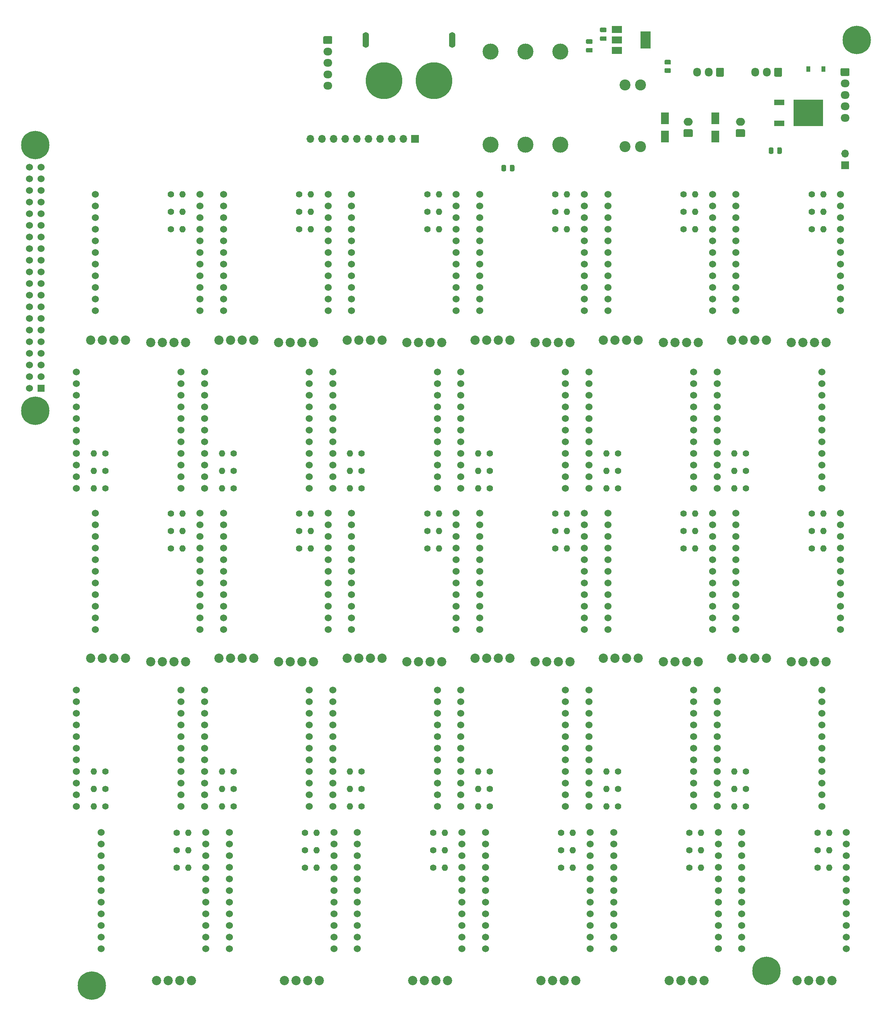
<source format=gbr>
%TF.GenerationSoftware,KiCad,Pcbnew,5.1.8-db9833491~88~ubuntu20.04.1*%
%TF.CreationDate,2020-12-02T17:03:32+01:00*%
%TF.ProjectId,motherboard,6d6f7468-6572-4626-9f61-72642e6b6963,rev?*%
%TF.SameCoordinates,Original*%
%TF.FileFunction,Soldermask,Top*%
%TF.FilePolarity,Negative*%
%FSLAX46Y46*%
G04 Gerber Fmt 4.6, Leading zero omitted, Abs format (unit mm)*
G04 Created by KiCad (PCBNEW 5.1.8-db9833491~88~ubuntu20.04.1) date 2020-12-02 17:03:32*
%MOMM*%
%LPD*%
G01*
G04 APERTURE LIST*
%ADD10C,3.500000*%
%ADD11R,2.200000X3.800000*%
%ADD12R,2.200000X1.500000*%
%ADD13C,1.524000*%
%ADD14C,6.200000*%
%ADD15R,1.524000X1.524000*%
%ADD16O,1.400000X3.400000*%
%ADD17C,8.000000*%
%ADD18O,1.700000X1.700000*%
%ADD19R,1.700000X1.700000*%
%ADD20R,1.800000X2.500000*%
%ADD21R,0.900000X1.200000*%
%ADD22R,6.400000X5.800000*%
%ADD23R,2.200000X1.200000*%
%ADD24O,2.000000X1.700000*%
%ADD25O,1.950000X1.700000*%
%ADD26C,2.020000*%
%ADD27O,1.400000X1.400000*%
%ADD28C,1.400000*%
%ADD29O,1.700000X1.950000*%
%ADD30C,2.400000*%
G04 APERTURE END LIST*
D10*
%TO.C,U33*%
X147335000Y-93311000D03*
X147335000Y-72991000D03*
X132095000Y-72991000D03*
X132095000Y-93311000D03*
X139715000Y-93311000D03*
X139715000Y-72991000D03*
%TD*%
D11*
%TO.C,U31*%
X165979000Y-70451000D03*
D12*
X159679000Y-68151000D03*
X159679000Y-70451000D03*
X159679000Y-72751000D03*
%TD*%
%TO.C,R93*%
G36*
G01*
X135505000Y-97940998D02*
X135505000Y-98841002D01*
G75*
G02*
X135255002Y-99091000I-249998J0D01*
G01*
X134729998Y-99091000D01*
G75*
G02*
X134480000Y-98841002I0J249998D01*
G01*
X134480000Y-97940998D01*
G75*
G02*
X134729998Y-97691000I249998J0D01*
G01*
X135255002Y-97691000D01*
G75*
G02*
X135505000Y-97940998I0J-249998D01*
G01*
G37*
G36*
G01*
X137330000Y-97940998D02*
X137330000Y-98841002D01*
G75*
G02*
X137080002Y-99091000I-249998J0D01*
G01*
X136554998Y-99091000D01*
G75*
G02*
X136305000Y-98841002I0J249998D01*
G01*
X136305000Y-97940998D01*
G75*
G02*
X136554998Y-97691000I249998J0D01*
G01*
X137080002Y-97691000D01*
G75*
G02*
X137330000Y-97940998I0J-249998D01*
G01*
G37*
%TD*%
%TO.C,C2*%
G36*
G01*
X157208000Y-68731000D02*
X156258000Y-68731000D01*
G75*
G02*
X156008000Y-68481000I0J250000D01*
G01*
X156008000Y-67981000D01*
G75*
G02*
X156258000Y-67731000I250000J0D01*
G01*
X157208000Y-67731000D01*
G75*
G02*
X157458000Y-67981000I0J-250000D01*
G01*
X157458000Y-68481000D01*
G75*
G02*
X157208000Y-68731000I-250000J0D01*
G01*
G37*
G36*
G01*
X157208000Y-70631000D02*
X156258000Y-70631000D01*
G75*
G02*
X156008000Y-70381000I0J250000D01*
G01*
X156008000Y-69881000D01*
G75*
G02*
X156258000Y-69631000I250000J0D01*
G01*
X157208000Y-69631000D01*
G75*
G02*
X157458000Y-69881000I0J-250000D01*
G01*
X157458000Y-70381000D01*
G75*
G02*
X157208000Y-70631000I-250000J0D01*
G01*
G37*
%TD*%
%TO.C,C1*%
G36*
G01*
X154160000Y-71271000D02*
X153210000Y-71271000D01*
G75*
G02*
X152960000Y-71021000I0J250000D01*
G01*
X152960000Y-70521000D01*
G75*
G02*
X153210000Y-70271000I250000J0D01*
G01*
X154160000Y-70271000D01*
G75*
G02*
X154410000Y-70521000I0J-250000D01*
G01*
X154410000Y-71021000D01*
G75*
G02*
X154160000Y-71271000I-250000J0D01*
G01*
G37*
G36*
G01*
X154160000Y-73171000D02*
X153210000Y-73171000D01*
G75*
G02*
X152960000Y-72921000I0J250000D01*
G01*
X152960000Y-72421000D01*
G75*
G02*
X153210000Y-72171000I250000J0D01*
G01*
X154160000Y-72171000D01*
G75*
G02*
X154410000Y-72421000I0J-250000D01*
G01*
X154410000Y-72921000D01*
G75*
G02*
X154160000Y-73171000I-250000J0D01*
G01*
G37*
%TD*%
D13*
%TO.C,U9*%
X176485000Y-150561000D03*
X176485000Y-148021000D03*
X176485000Y-145481000D03*
X176485000Y-142941000D03*
X176485000Y-153101000D03*
X176485000Y-155641000D03*
X176485000Y-158181000D03*
X176485000Y-160721000D03*
X176485000Y-163261000D03*
X176485000Y-165801000D03*
X176485000Y-168341000D03*
X153625000Y-142941000D03*
X153625000Y-145481000D03*
X153625000Y-148021000D03*
X153625000Y-150561000D03*
X153625000Y-153101000D03*
X153625000Y-155641000D03*
X153625000Y-158181000D03*
X153625000Y-160721000D03*
X153625000Y-163261000D03*
X153625000Y-165801000D03*
X153625000Y-168341000D03*
%TD*%
%TO.C,U7*%
X185735000Y-121886000D03*
X185735000Y-124426000D03*
X185735000Y-126966000D03*
X185735000Y-129506000D03*
X185735000Y-119346000D03*
X185735000Y-116806000D03*
X185735000Y-114266000D03*
X185735000Y-111726000D03*
X185735000Y-109186000D03*
X185735000Y-106646000D03*
X185735000Y-104106000D03*
X208595000Y-129506000D03*
X208595000Y-126966000D03*
X208595000Y-124426000D03*
X208595000Y-121886000D03*
X208595000Y-119346000D03*
X208595000Y-116806000D03*
X208595000Y-114266000D03*
X208595000Y-111726000D03*
X208595000Y-109186000D03*
X208595000Y-106646000D03*
X208595000Y-104106000D03*
%TD*%
%TO.C,U8*%
X204485000Y-150561000D03*
X204485000Y-148021000D03*
X204485000Y-145481000D03*
X204485000Y-142941000D03*
X204485000Y-153101000D03*
X204485000Y-155641000D03*
X204485000Y-158181000D03*
X204485000Y-160721000D03*
X204485000Y-163261000D03*
X204485000Y-165801000D03*
X204485000Y-168341000D03*
X181625000Y-142941000D03*
X181625000Y-145481000D03*
X181625000Y-148021000D03*
X181625000Y-150561000D03*
X181625000Y-153101000D03*
X181625000Y-155641000D03*
X181625000Y-158181000D03*
X181625000Y-160721000D03*
X181625000Y-163261000D03*
X181625000Y-165801000D03*
X181625000Y-168341000D03*
%TD*%
%TO.C,U11*%
X120485000Y-150561000D03*
X120485000Y-148021000D03*
X120485000Y-145481000D03*
X120485000Y-142941000D03*
X120485000Y-153101000D03*
X120485000Y-155641000D03*
X120485000Y-158181000D03*
X120485000Y-160721000D03*
X120485000Y-163261000D03*
X120485000Y-165801000D03*
X120485000Y-168341000D03*
X97625000Y-142941000D03*
X97625000Y-145481000D03*
X97625000Y-148021000D03*
X97625000Y-150561000D03*
X97625000Y-153101000D03*
X97625000Y-155641000D03*
X97625000Y-158181000D03*
X97625000Y-160721000D03*
X97625000Y-163261000D03*
X97625000Y-165801000D03*
X97625000Y-168341000D03*
%TD*%
%TO.C,U19*%
X185735000Y-191536000D03*
X185735000Y-194076000D03*
X185735000Y-196616000D03*
X185735000Y-199156000D03*
X185735000Y-188996000D03*
X185735000Y-186456000D03*
X185735000Y-183916000D03*
X185735000Y-181376000D03*
X185735000Y-178836000D03*
X185735000Y-176296000D03*
X185735000Y-173756000D03*
X208595000Y-199156000D03*
X208595000Y-196616000D03*
X208595000Y-194076000D03*
X208595000Y-191536000D03*
X208595000Y-188996000D03*
X208595000Y-186456000D03*
X208595000Y-183916000D03*
X208595000Y-181376000D03*
X208595000Y-178836000D03*
X208595000Y-176296000D03*
X208595000Y-173756000D03*
%TD*%
%TO.C,U18*%
X157735000Y-191536000D03*
X157735000Y-194076000D03*
X157735000Y-196616000D03*
X157735000Y-199156000D03*
X157735000Y-188996000D03*
X157735000Y-186456000D03*
X157735000Y-183916000D03*
X157735000Y-181376000D03*
X157735000Y-178836000D03*
X157735000Y-176296000D03*
X157735000Y-173756000D03*
X180595000Y-199156000D03*
X180595000Y-196616000D03*
X180595000Y-194076000D03*
X180595000Y-191536000D03*
X180595000Y-188996000D03*
X180595000Y-186456000D03*
X180595000Y-183916000D03*
X180595000Y-181376000D03*
X180595000Y-178836000D03*
X180595000Y-176296000D03*
X180595000Y-173756000D03*
%TD*%
%TO.C,U17*%
X129735000Y-191536000D03*
X129735000Y-194076000D03*
X129735000Y-196616000D03*
X129735000Y-199156000D03*
X129735000Y-188996000D03*
X129735000Y-186456000D03*
X129735000Y-183916000D03*
X129735000Y-181376000D03*
X129735000Y-178836000D03*
X129735000Y-176296000D03*
X129735000Y-173756000D03*
X152595000Y-199156000D03*
X152595000Y-196616000D03*
X152595000Y-194076000D03*
X152595000Y-191536000D03*
X152595000Y-188996000D03*
X152595000Y-186456000D03*
X152595000Y-183916000D03*
X152595000Y-181376000D03*
X152595000Y-178836000D03*
X152595000Y-176296000D03*
X152595000Y-173756000D03*
%TD*%
%TO.C,U22*%
X148485000Y-219976000D03*
X148485000Y-217436000D03*
X148485000Y-214896000D03*
X148485000Y-212356000D03*
X148485000Y-222516000D03*
X148485000Y-225056000D03*
X148485000Y-227596000D03*
X148485000Y-230136000D03*
X148485000Y-232676000D03*
X148485000Y-235216000D03*
X148485000Y-237756000D03*
X125625000Y-212356000D03*
X125625000Y-214896000D03*
X125625000Y-217436000D03*
X125625000Y-219976000D03*
X125625000Y-222516000D03*
X125625000Y-225056000D03*
X125625000Y-227596000D03*
X125625000Y-230136000D03*
X125625000Y-232676000D03*
X125625000Y-235216000D03*
X125625000Y-237756000D03*
%TD*%
%TO.C,U24*%
X92485000Y-219976000D03*
X92485000Y-217436000D03*
X92485000Y-214896000D03*
X92485000Y-212356000D03*
X92485000Y-222516000D03*
X92485000Y-225056000D03*
X92485000Y-227596000D03*
X92485000Y-230136000D03*
X92485000Y-232676000D03*
X92485000Y-235216000D03*
X92485000Y-237756000D03*
X69625000Y-212356000D03*
X69625000Y-214896000D03*
X69625000Y-217436000D03*
X69625000Y-219976000D03*
X69625000Y-222516000D03*
X69625000Y-225056000D03*
X69625000Y-227596000D03*
X69625000Y-230136000D03*
X69625000Y-232676000D03*
X69625000Y-235216000D03*
X69625000Y-237756000D03*
%TD*%
%TO.C,U23*%
X120485000Y-219976000D03*
X120485000Y-217436000D03*
X120485000Y-214896000D03*
X120485000Y-212356000D03*
X120485000Y-222516000D03*
X120485000Y-225056000D03*
X120485000Y-227596000D03*
X120485000Y-230136000D03*
X120485000Y-232676000D03*
X120485000Y-235216000D03*
X120485000Y-237756000D03*
X97625000Y-212356000D03*
X97625000Y-214896000D03*
X97625000Y-217436000D03*
X97625000Y-219976000D03*
X97625000Y-222516000D03*
X97625000Y-225056000D03*
X97625000Y-227596000D03*
X97625000Y-230136000D03*
X97625000Y-232676000D03*
X97625000Y-235216000D03*
X97625000Y-237756000D03*
%TD*%
%TO.C,U30*%
X159005000Y-261186000D03*
X159005000Y-263726000D03*
X159005000Y-266266000D03*
X159005000Y-268806000D03*
X159005000Y-258646000D03*
X159005000Y-256106000D03*
X159005000Y-253566000D03*
X159005000Y-251026000D03*
X159005000Y-248486000D03*
X159005000Y-245946000D03*
X159005000Y-243406000D03*
X181865000Y-268806000D03*
X181865000Y-266266000D03*
X181865000Y-263726000D03*
X181865000Y-261186000D03*
X181865000Y-258646000D03*
X181865000Y-256106000D03*
X181865000Y-253566000D03*
X181865000Y-251026000D03*
X181865000Y-248486000D03*
X181865000Y-245946000D03*
X181865000Y-243406000D03*
%TD*%
%TO.C,U29*%
X131005000Y-261186000D03*
X131005000Y-263726000D03*
X131005000Y-266266000D03*
X131005000Y-268806000D03*
X131005000Y-258646000D03*
X131005000Y-256106000D03*
X131005000Y-253566000D03*
X131005000Y-251026000D03*
X131005000Y-248486000D03*
X131005000Y-245946000D03*
X131005000Y-243406000D03*
X153865000Y-268806000D03*
X153865000Y-266266000D03*
X153865000Y-263726000D03*
X153865000Y-261186000D03*
X153865000Y-258646000D03*
X153865000Y-256106000D03*
X153865000Y-253566000D03*
X153865000Y-251026000D03*
X153865000Y-248486000D03*
X153865000Y-245946000D03*
X153865000Y-243406000D03*
%TD*%
%TO.C,U25*%
X64485000Y-219976000D03*
X64485000Y-217436000D03*
X64485000Y-214896000D03*
X64485000Y-212356000D03*
X64485000Y-222516000D03*
X64485000Y-225056000D03*
X64485000Y-227596000D03*
X64485000Y-230136000D03*
X64485000Y-232676000D03*
X64485000Y-235216000D03*
X64485000Y-237756000D03*
X41625000Y-212356000D03*
X41625000Y-214896000D03*
X41625000Y-217436000D03*
X41625000Y-219976000D03*
X41625000Y-222516000D03*
X41625000Y-225056000D03*
X41625000Y-227596000D03*
X41625000Y-230136000D03*
X41625000Y-232676000D03*
X41625000Y-235216000D03*
X41625000Y-237756000D03*
%TD*%
%TO.C,U2*%
X45735000Y-121886000D03*
X45735000Y-124426000D03*
X45735000Y-126966000D03*
X45735000Y-129506000D03*
X45735000Y-119346000D03*
X45735000Y-116806000D03*
X45735000Y-114266000D03*
X45735000Y-111726000D03*
X45735000Y-109186000D03*
X45735000Y-106646000D03*
X45735000Y-104106000D03*
X68595000Y-129506000D03*
X68595000Y-126966000D03*
X68595000Y-124426000D03*
X68595000Y-121886000D03*
X68595000Y-119346000D03*
X68595000Y-116806000D03*
X68595000Y-114266000D03*
X68595000Y-111726000D03*
X68595000Y-109186000D03*
X68595000Y-106646000D03*
X68595000Y-104106000D03*
%TD*%
%TO.C,U32*%
X187005000Y-261186000D03*
X187005000Y-263726000D03*
X187005000Y-266266000D03*
X187005000Y-268806000D03*
X187005000Y-258646000D03*
X187005000Y-256106000D03*
X187005000Y-253566000D03*
X187005000Y-251026000D03*
X187005000Y-248486000D03*
X187005000Y-245946000D03*
X187005000Y-243406000D03*
X209865000Y-268806000D03*
X209865000Y-266266000D03*
X209865000Y-263726000D03*
X209865000Y-261186000D03*
X209865000Y-258646000D03*
X209865000Y-256106000D03*
X209865000Y-253566000D03*
X209865000Y-251026000D03*
X209865000Y-248486000D03*
X209865000Y-245946000D03*
X209865000Y-243406000D03*
%TD*%
%TO.C,U28*%
X103005000Y-261186000D03*
X103005000Y-263726000D03*
X103005000Y-266266000D03*
X103005000Y-268806000D03*
X103005000Y-258646000D03*
X103005000Y-256106000D03*
X103005000Y-253566000D03*
X103005000Y-251026000D03*
X103005000Y-248486000D03*
X103005000Y-245946000D03*
X103005000Y-243406000D03*
X125865000Y-268806000D03*
X125865000Y-266266000D03*
X125865000Y-263726000D03*
X125865000Y-261186000D03*
X125865000Y-258646000D03*
X125865000Y-256106000D03*
X125865000Y-253566000D03*
X125865000Y-251026000D03*
X125865000Y-248486000D03*
X125865000Y-245946000D03*
X125865000Y-243406000D03*
%TD*%
%TO.C,U27*%
X75005000Y-261186000D03*
X75005000Y-263726000D03*
X75005000Y-266266000D03*
X75005000Y-268806000D03*
X75005000Y-258646000D03*
X75005000Y-256106000D03*
X75005000Y-253566000D03*
X75005000Y-251026000D03*
X75005000Y-248486000D03*
X75005000Y-245946000D03*
X75005000Y-243406000D03*
X97865000Y-268806000D03*
X97865000Y-266266000D03*
X97865000Y-263726000D03*
X97865000Y-261186000D03*
X97865000Y-258646000D03*
X97865000Y-256106000D03*
X97865000Y-253566000D03*
X97865000Y-251026000D03*
X97865000Y-248486000D03*
X97865000Y-245946000D03*
X97865000Y-243406000D03*
%TD*%
%TO.C,U26*%
X47005000Y-261186000D03*
X47005000Y-263726000D03*
X47005000Y-266266000D03*
X47005000Y-268806000D03*
X47005000Y-258646000D03*
X47005000Y-256106000D03*
X47005000Y-253566000D03*
X47005000Y-251026000D03*
X47005000Y-248486000D03*
X47005000Y-245946000D03*
X47005000Y-243406000D03*
X69865000Y-268806000D03*
X69865000Y-266266000D03*
X69865000Y-263726000D03*
X69865000Y-261186000D03*
X69865000Y-258646000D03*
X69865000Y-256106000D03*
X69865000Y-253566000D03*
X69865000Y-251026000D03*
X69865000Y-248486000D03*
X69865000Y-245946000D03*
X69865000Y-243406000D03*
%TD*%
%TO.C,U21*%
X176485000Y-219976000D03*
X176485000Y-217436000D03*
X176485000Y-214896000D03*
X176485000Y-212356000D03*
X176485000Y-222516000D03*
X176485000Y-225056000D03*
X176485000Y-227596000D03*
X176485000Y-230136000D03*
X176485000Y-232676000D03*
X176485000Y-235216000D03*
X176485000Y-237756000D03*
X153625000Y-212356000D03*
X153625000Y-214896000D03*
X153625000Y-217436000D03*
X153625000Y-219976000D03*
X153625000Y-222516000D03*
X153625000Y-225056000D03*
X153625000Y-227596000D03*
X153625000Y-230136000D03*
X153625000Y-232676000D03*
X153625000Y-235216000D03*
X153625000Y-237756000D03*
%TD*%
%TO.C,U20*%
X204485000Y-219976000D03*
X204485000Y-217436000D03*
X204485000Y-214896000D03*
X204485000Y-212356000D03*
X204485000Y-222516000D03*
X204485000Y-225056000D03*
X204485000Y-227596000D03*
X204485000Y-230136000D03*
X204485000Y-232676000D03*
X204485000Y-235216000D03*
X204485000Y-237756000D03*
X181625000Y-212356000D03*
X181625000Y-214896000D03*
X181625000Y-217436000D03*
X181625000Y-219976000D03*
X181625000Y-222516000D03*
X181625000Y-225056000D03*
X181625000Y-227596000D03*
X181625000Y-230136000D03*
X181625000Y-232676000D03*
X181625000Y-235216000D03*
X181625000Y-237756000D03*
%TD*%
%TO.C,U16*%
X101735000Y-191536000D03*
X101735000Y-194076000D03*
X101735000Y-196616000D03*
X101735000Y-199156000D03*
X101735000Y-188996000D03*
X101735000Y-186456000D03*
X101735000Y-183916000D03*
X101735000Y-181376000D03*
X101735000Y-178836000D03*
X101735000Y-176296000D03*
X101735000Y-173756000D03*
X124595000Y-199156000D03*
X124595000Y-196616000D03*
X124595000Y-194076000D03*
X124595000Y-191536000D03*
X124595000Y-188996000D03*
X124595000Y-186456000D03*
X124595000Y-183916000D03*
X124595000Y-181376000D03*
X124595000Y-178836000D03*
X124595000Y-176296000D03*
X124595000Y-173756000D03*
%TD*%
%TO.C,U15*%
X73735000Y-191536000D03*
X73735000Y-194076000D03*
X73735000Y-196616000D03*
X73735000Y-199156000D03*
X73735000Y-188996000D03*
X73735000Y-186456000D03*
X73735000Y-183916000D03*
X73735000Y-181376000D03*
X73735000Y-178836000D03*
X73735000Y-176296000D03*
X73735000Y-173756000D03*
X96595000Y-199156000D03*
X96595000Y-196616000D03*
X96595000Y-194076000D03*
X96595000Y-191536000D03*
X96595000Y-188996000D03*
X96595000Y-186456000D03*
X96595000Y-183916000D03*
X96595000Y-181376000D03*
X96595000Y-178836000D03*
X96595000Y-176296000D03*
X96595000Y-173756000D03*
%TD*%
%TO.C,U14*%
X45735000Y-191536000D03*
X45735000Y-194076000D03*
X45735000Y-196616000D03*
X45735000Y-199156000D03*
X45735000Y-188996000D03*
X45735000Y-186456000D03*
X45735000Y-183916000D03*
X45735000Y-181376000D03*
X45735000Y-178836000D03*
X45735000Y-176296000D03*
X45735000Y-173756000D03*
X68595000Y-199156000D03*
X68595000Y-196616000D03*
X68595000Y-194076000D03*
X68595000Y-191536000D03*
X68595000Y-188996000D03*
X68595000Y-186456000D03*
X68595000Y-183916000D03*
X68595000Y-181376000D03*
X68595000Y-178836000D03*
X68595000Y-176296000D03*
X68595000Y-173756000D03*
%TD*%
%TO.C,U13*%
X64485000Y-150561000D03*
X64485000Y-148021000D03*
X64485000Y-145481000D03*
X64485000Y-142941000D03*
X64485000Y-153101000D03*
X64485000Y-155641000D03*
X64485000Y-158181000D03*
X64485000Y-160721000D03*
X64485000Y-163261000D03*
X64485000Y-165801000D03*
X64485000Y-168341000D03*
X41625000Y-142941000D03*
X41625000Y-145481000D03*
X41625000Y-148021000D03*
X41625000Y-150561000D03*
X41625000Y-153101000D03*
X41625000Y-155641000D03*
X41625000Y-158181000D03*
X41625000Y-160721000D03*
X41625000Y-163261000D03*
X41625000Y-165801000D03*
X41625000Y-168341000D03*
%TD*%
%TO.C,U12*%
X92485000Y-150561000D03*
X92485000Y-148021000D03*
X92485000Y-145481000D03*
X92485000Y-142941000D03*
X92485000Y-153101000D03*
X92485000Y-155641000D03*
X92485000Y-158181000D03*
X92485000Y-160721000D03*
X92485000Y-163261000D03*
X92485000Y-165801000D03*
X92485000Y-168341000D03*
X69625000Y-142941000D03*
X69625000Y-145481000D03*
X69625000Y-148021000D03*
X69625000Y-150561000D03*
X69625000Y-153101000D03*
X69625000Y-155641000D03*
X69625000Y-158181000D03*
X69625000Y-160721000D03*
X69625000Y-163261000D03*
X69625000Y-165801000D03*
X69625000Y-168341000D03*
%TD*%
%TO.C,U10*%
X148485000Y-150561000D03*
X148485000Y-148021000D03*
X148485000Y-145481000D03*
X148485000Y-142941000D03*
X148485000Y-153101000D03*
X148485000Y-155641000D03*
X148485000Y-158181000D03*
X148485000Y-160721000D03*
X148485000Y-163261000D03*
X148485000Y-165801000D03*
X148485000Y-168341000D03*
X125625000Y-142941000D03*
X125625000Y-145481000D03*
X125625000Y-148021000D03*
X125625000Y-150561000D03*
X125625000Y-153101000D03*
X125625000Y-155641000D03*
X125625000Y-158181000D03*
X125625000Y-160721000D03*
X125625000Y-163261000D03*
X125625000Y-165801000D03*
X125625000Y-168341000D03*
%TD*%
%TO.C,U6*%
X157735000Y-121886000D03*
X157735000Y-124426000D03*
X157735000Y-126966000D03*
X157735000Y-129506000D03*
X157735000Y-119346000D03*
X157735000Y-116806000D03*
X157735000Y-114266000D03*
X157735000Y-111726000D03*
X157735000Y-109186000D03*
X157735000Y-106646000D03*
X157735000Y-104106000D03*
X180595000Y-129506000D03*
X180595000Y-126966000D03*
X180595000Y-124426000D03*
X180595000Y-121886000D03*
X180595000Y-119346000D03*
X180595000Y-116806000D03*
X180595000Y-114266000D03*
X180595000Y-111726000D03*
X180595000Y-109186000D03*
X180595000Y-106646000D03*
X180595000Y-104106000D03*
%TD*%
%TO.C,U5*%
X129735000Y-121886000D03*
X129735000Y-124426000D03*
X129735000Y-126966000D03*
X129735000Y-129506000D03*
X129735000Y-119346000D03*
X129735000Y-116806000D03*
X129735000Y-114266000D03*
X129735000Y-111726000D03*
X129735000Y-109186000D03*
X129735000Y-106646000D03*
X129735000Y-104106000D03*
X152595000Y-129506000D03*
X152595000Y-126966000D03*
X152595000Y-124426000D03*
X152595000Y-121886000D03*
X152595000Y-119346000D03*
X152595000Y-116806000D03*
X152595000Y-114266000D03*
X152595000Y-111726000D03*
X152595000Y-109186000D03*
X152595000Y-106646000D03*
X152595000Y-104106000D03*
%TD*%
%TO.C,U4*%
X101735000Y-121886000D03*
X101735000Y-124426000D03*
X101735000Y-126966000D03*
X101735000Y-129506000D03*
X101735000Y-119346000D03*
X101735000Y-116806000D03*
X101735000Y-114266000D03*
X101735000Y-111726000D03*
X101735000Y-109186000D03*
X101735000Y-106646000D03*
X101735000Y-104106000D03*
X124595000Y-129506000D03*
X124595000Y-126966000D03*
X124595000Y-124426000D03*
X124595000Y-121886000D03*
X124595000Y-119346000D03*
X124595000Y-116806000D03*
X124595000Y-114266000D03*
X124595000Y-111726000D03*
X124595000Y-109186000D03*
X124595000Y-106646000D03*
X124595000Y-104106000D03*
%TD*%
%TO.C,U3*%
X73735000Y-121886000D03*
X73735000Y-124426000D03*
X73735000Y-126966000D03*
X73735000Y-129506000D03*
X73735000Y-119346000D03*
X73735000Y-116806000D03*
X73735000Y-114266000D03*
X73735000Y-111726000D03*
X73735000Y-109186000D03*
X73735000Y-106646000D03*
X73735000Y-104106000D03*
X96595000Y-129506000D03*
X96595000Y-126966000D03*
X96595000Y-124426000D03*
X96595000Y-121886000D03*
X96595000Y-119346000D03*
X96595000Y-116806000D03*
X96595000Y-114266000D03*
X96595000Y-111726000D03*
X96595000Y-109186000D03*
X96595000Y-106646000D03*
X96595000Y-104106000D03*
%TD*%
D14*
%TO.C,*%
X45024400Y-276803000D03*
%TD*%
%TO.C,*%
X212105000Y-70428000D03*
%TD*%
D13*
%TO.C,U1*%
X31395000Y-98231000D03*
X31395000Y-100771000D03*
X31395000Y-103311000D03*
X31395000Y-105851000D03*
X31395000Y-108391000D03*
X31395000Y-110931000D03*
X33935000Y-98231000D03*
X33935000Y-100771000D03*
X33935000Y-103311000D03*
X33935000Y-105851000D03*
X33935000Y-108391000D03*
X33935000Y-110931000D03*
X31395000Y-113471000D03*
X33935000Y-113471000D03*
X31395000Y-116011000D03*
X31395000Y-118551000D03*
X31395000Y-121091000D03*
X31395000Y-123631000D03*
X31395000Y-126171000D03*
X31395000Y-128711000D03*
X33935000Y-116011000D03*
X33935000Y-118551000D03*
X33935000Y-121091000D03*
X33935000Y-123631000D03*
X33935000Y-126171000D03*
X33935000Y-128711000D03*
X31395000Y-131251000D03*
X33935000Y-131251000D03*
X31395000Y-133791000D03*
X31395000Y-136331000D03*
X31395000Y-138871000D03*
X31395000Y-141411000D03*
X31395000Y-143951000D03*
X31395000Y-146491000D03*
X33935000Y-133791000D03*
X33935000Y-136331000D03*
X33935000Y-138871000D03*
X33935000Y-141411000D03*
X33935000Y-143951000D03*
D15*
X33935000Y-146491000D03*
D14*
X32665000Y-151361000D03*
X32665000Y-93361000D03*
%TD*%
D16*
%TO.C,J2*%
X123765000Y-70441000D03*
X104865000Y-70441000D03*
D17*
X108865000Y-79341000D03*
X119765000Y-79341000D03*
%TD*%
D14*
%TO.C,*%
X192420000Y-273651000D03*
%TD*%
D18*
%TO.C,J38*%
X92725000Y-92041000D03*
X95265000Y-92041000D03*
X97805000Y-92041000D03*
X100345000Y-92041000D03*
X102885000Y-92041000D03*
X105425000Y-92041000D03*
X107965000Y-92041000D03*
X110505000Y-92041000D03*
X113045000Y-92041000D03*
D19*
X115585000Y-92041000D03*
%TD*%
D20*
%TO.C,D1*%
X170195000Y-87501000D03*
X170195000Y-91501000D03*
%TD*%
D21*
%TO.C,D3*%
X204865000Y-76801000D03*
X201565000Y-76801000D03*
%TD*%
D20*
%TO.C,D2*%
X181193200Y-87501000D03*
X181193200Y-91501000D03*
%TD*%
%TO.C,R92*%
G36*
G01*
X193925000Y-94130998D02*
X193925000Y-95031002D01*
G75*
G02*
X193675002Y-95281000I-249998J0D01*
G01*
X193149998Y-95281000D01*
G75*
G02*
X192900000Y-95031002I0J249998D01*
G01*
X192900000Y-94130998D01*
G75*
G02*
X193149998Y-93881000I249998J0D01*
G01*
X193675002Y-93881000D01*
G75*
G02*
X193925000Y-94130998I0J-249998D01*
G01*
G37*
G36*
G01*
X195750000Y-94130998D02*
X195750000Y-95031002D01*
G75*
G02*
X195500002Y-95281000I-249998J0D01*
G01*
X194974998Y-95281000D01*
G75*
G02*
X194725000Y-95031002I0J249998D01*
G01*
X194725000Y-94130998D01*
G75*
G02*
X194974998Y-93881000I249998J0D01*
G01*
X195500002Y-93881000D01*
G75*
G02*
X195750000Y-94130998I0J-249998D01*
G01*
G37*
%TD*%
D22*
%TO.C,Q1*%
X201505000Y-86326000D03*
D23*
X195205000Y-88606000D03*
X195205000Y-84046000D03*
%TD*%
D18*
%TO.C,JP1*%
X209565000Y-95216000D03*
D19*
X209565000Y-97756000D03*
%TD*%
D24*
%TO.C,J37*%
X186705000Y-88271000D03*
G36*
G01*
X187455000Y-91621000D02*
X185955000Y-91621000D01*
G75*
G02*
X185705000Y-91371000I0J250000D01*
G01*
X185705000Y-90171000D01*
G75*
G02*
X185955000Y-89921000I250000J0D01*
G01*
X187455000Y-89921000D01*
G75*
G02*
X187705000Y-90171000I0J-250000D01*
G01*
X187705000Y-91371000D01*
G75*
G02*
X187455000Y-91621000I-250000J0D01*
G01*
G37*
%TD*%
%TO.C,J36*%
X175275000Y-88271000D03*
G36*
G01*
X176025000Y-91621000D02*
X174525000Y-91621000D01*
G75*
G02*
X174275000Y-91371000I0J250000D01*
G01*
X174275000Y-90171000D01*
G75*
G02*
X174525000Y-89921000I250000J0D01*
G01*
X176025000Y-89921000D01*
G75*
G02*
X176275000Y-90171000I0J-250000D01*
G01*
X176275000Y-91371000D01*
G75*
G02*
X176025000Y-91621000I-250000J0D01*
G01*
G37*
%TD*%
D25*
%TO.C,J1*%
X96535000Y-80451000D03*
X96535000Y-77951000D03*
X96535000Y-75451000D03*
X96535000Y-72951000D03*
G36*
G01*
X95810000Y-69601000D02*
X97260000Y-69601000D01*
G75*
G02*
X97510000Y-69851000I0J-250000D01*
G01*
X97510000Y-71051000D01*
G75*
G02*
X97260000Y-71301000I-250000J0D01*
G01*
X95810000Y-71301000D01*
G75*
G02*
X95560000Y-71051000I0J250000D01*
G01*
X95560000Y-69851000D01*
G75*
G02*
X95810000Y-69601000I250000J0D01*
G01*
G37*
%TD*%
D26*
%TO.C,J11*%
X197841000Y-136457000D03*
X200381000Y-136457000D03*
X202921000Y-136457000D03*
X205461000Y-136457000D03*
%TD*%
D27*
%TO.C,R91*%
X206089000Y-247257000D03*
D28*
X203549000Y-247257000D03*
%TD*%
D27*
%TO.C,R90*%
X206089000Y-243447000D03*
D28*
X203549000Y-243447000D03*
%TD*%
D27*
%TO.C,R89*%
X206089000Y-251067000D03*
D28*
X203549000Y-251067000D03*
%TD*%
D27*
%TO.C,R88*%
X178089000Y-247257000D03*
D28*
X175549000Y-247257000D03*
%TD*%
D27*
%TO.C,R87*%
X178089000Y-243447000D03*
D28*
X175549000Y-243447000D03*
%TD*%
D27*
%TO.C,R86*%
X178089000Y-251067000D03*
D28*
X175549000Y-251067000D03*
%TD*%
D27*
%TO.C,R85*%
X150089000Y-247257000D03*
D28*
X147549000Y-247257000D03*
%TD*%
D27*
%TO.C,R84*%
X150089000Y-243447000D03*
D28*
X147549000Y-243447000D03*
%TD*%
D27*
%TO.C,R83*%
X150089000Y-251067000D03*
D28*
X147549000Y-251067000D03*
%TD*%
D27*
%TO.C,R82*%
X122089000Y-247257000D03*
D28*
X119549000Y-247257000D03*
%TD*%
D27*
%TO.C,R81*%
X122089000Y-243447000D03*
D28*
X119549000Y-243447000D03*
%TD*%
D27*
%TO.C,R80*%
X122089000Y-251067000D03*
D28*
X119549000Y-251067000D03*
%TD*%
D27*
%TO.C,R79*%
X94089000Y-247257000D03*
D28*
X91549000Y-247257000D03*
%TD*%
D27*
%TO.C,R78*%
X94089000Y-243447000D03*
D28*
X91549000Y-243447000D03*
%TD*%
D27*
%TO.C,R77*%
X94089000Y-251067000D03*
D28*
X91549000Y-251067000D03*
%TD*%
D27*
%TO.C,R76*%
X66089000Y-247257000D03*
D28*
X63549000Y-247257000D03*
%TD*%
D27*
%TO.C,R75*%
X66089000Y-243447000D03*
D28*
X63549000Y-243447000D03*
%TD*%
D27*
%TO.C,R74*%
X66089000Y-251067000D03*
D28*
X63549000Y-251067000D03*
%TD*%
D27*
%TO.C,R73*%
X45401000Y-233905000D03*
D28*
X47941000Y-233905000D03*
%TD*%
D27*
%TO.C,R72*%
X45401000Y-237715000D03*
D28*
X47941000Y-237715000D03*
%TD*%
D27*
%TO.C,R71*%
X45401000Y-230095000D03*
D28*
X47941000Y-230095000D03*
%TD*%
D27*
%TO.C,R70*%
X73401000Y-233905000D03*
D28*
X75941000Y-233905000D03*
%TD*%
D27*
%TO.C,R69*%
X73401000Y-237715000D03*
D28*
X75941000Y-237715000D03*
%TD*%
D27*
%TO.C,R68*%
X73401000Y-230095000D03*
D28*
X75941000Y-230095000D03*
%TD*%
D27*
%TO.C,R67*%
X101401000Y-233905000D03*
D28*
X103941000Y-233905000D03*
%TD*%
D27*
%TO.C,R66*%
X101401000Y-237715000D03*
D28*
X103941000Y-237715000D03*
%TD*%
D27*
%TO.C,R65*%
X101401000Y-230095000D03*
D28*
X103941000Y-230095000D03*
%TD*%
D27*
%TO.C,R64*%
X129401000Y-233905000D03*
D28*
X131941000Y-233905000D03*
%TD*%
D27*
%TO.C,R63*%
X129401000Y-237715000D03*
D28*
X131941000Y-237715000D03*
%TD*%
D27*
%TO.C,R62*%
X129401000Y-230095000D03*
D28*
X131941000Y-230095000D03*
%TD*%
D27*
%TO.C,R61*%
X157401000Y-233905000D03*
D28*
X159941000Y-233905000D03*
%TD*%
D27*
%TO.C,R60*%
X157401000Y-237715000D03*
D28*
X159941000Y-237715000D03*
%TD*%
D27*
%TO.C,R59*%
X157401000Y-230095000D03*
D28*
X159941000Y-230095000D03*
%TD*%
D27*
%TO.C,R58*%
X185401000Y-233905000D03*
D28*
X187941000Y-233905000D03*
%TD*%
D27*
%TO.C,R57*%
X185401000Y-237715000D03*
D28*
X187941000Y-237715000D03*
%TD*%
D27*
%TO.C,R56*%
X185401000Y-230095000D03*
D28*
X187941000Y-230095000D03*
%TD*%
D27*
%TO.C,R55*%
X204819000Y-177607000D03*
D28*
X202279000Y-177607000D03*
%TD*%
D27*
%TO.C,R54*%
X204819000Y-173797000D03*
D28*
X202279000Y-173797000D03*
%TD*%
D27*
%TO.C,R53*%
X204819000Y-181417000D03*
D28*
X202279000Y-181417000D03*
%TD*%
D27*
%TO.C,R52*%
X176819000Y-177607000D03*
D28*
X174279000Y-177607000D03*
%TD*%
D27*
%TO.C,R51*%
X176819000Y-173797000D03*
D28*
X174279000Y-173797000D03*
%TD*%
D27*
%TO.C,R50*%
X176819000Y-181417000D03*
D28*
X174279000Y-181417000D03*
%TD*%
D27*
%TO.C,R49*%
X148819000Y-177607000D03*
D28*
X146279000Y-177607000D03*
%TD*%
D27*
%TO.C,R48*%
X148819000Y-173797000D03*
D28*
X146279000Y-173797000D03*
%TD*%
D27*
%TO.C,R47*%
X148819000Y-181417000D03*
D28*
X146279000Y-181417000D03*
%TD*%
D27*
%TO.C,R46*%
X120819000Y-177607000D03*
D28*
X118279000Y-177607000D03*
%TD*%
D27*
%TO.C,R45*%
X120819000Y-173797000D03*
D28*
X118279000Y-173797000D03*
%TD*%
D27*
%TO.C,R44*%
X120819000Y-181417000D03*
D28*
X118279000Y-181417000D03*
%TD*%
D27*
%TO.C,R43*%
X92819000Y-177607000D03*
D28*
X90279000Y-177607000D03*
%TD*%
D27*
%TO.C,R42*%
X92819000Y-173797000D03*
D28*
X90279000Y-173797000D03*
%TD*%
D27*
%TO.C,R41*%
X92819000Y-181417000D03*
D28*
X90279000Y-181417000D03*
%TD*%
D27*
%TO.C,R40*%
X64819000Y-177607000D03*
D28*
X62279000Y-177607000D03*
%TD*%
D27*
%TO.C,R39*%
X64819000Y-173797000D03*
D28*
X62279000Y-173797000D03*
%TD*%
D27*
%TO.C,R38*%
X64819000Y-181417000D03*
D28*
X62279000Y-181417000D03*
%TD*%
D27*
%TO.C,R37*%
X45401000Y-164490000D03*
D28*
X47941000Y-164490000D03*
%TD*%
D27*
%TO.C,R36*%
X45401000Y-168300000D03*
D28*
X47941000Y-168300000D03*
%TD*%
D27*
%TO.C,R35*%
X45401000Y-160680000D03*
D28*
X47941000Y-160680000D03*
%TD*%
D27*
%TO.C,R34*%
X73401000Y-164490000D03*
D28*
X75941000Y-164490000D03*
%TD*%
D27*
%TO.C,R33*%
X73401000Y-168300000D03*
D28*
X75941000Y-168300000D03*
%TD*%
D27*
%TO.C,R32*%
X73401000Y-160680000D03*
D28*
X75941000Y-160680000D03*
%TD*%
D27*
%TO.C,R31*%
X101401000Y-164490000D03*
D28*
X103941000Y-164490000D03*
%TD*%
D27*
%TO.C,R30*%
X101401000Y-168300000D03*
D28*
X103941000Y-168300000D03*
%TD*%
D27*
%TO.C,R29*%
X101401000Y-160680000D03*
D28*
X103941000Y-160680000D03*
%TD*%
D27*
%TO.C,R28*%
X129401000Y-164490000D03*
D28*
X131941000Y-164490000D03*
%TD*%
D27*
%TO.C,R27*%
X129401000Y-168300000D03*
D28*
X131941000Y-168300000D03*
%TD*%
D27*
%TO.C,R26*%
X129401000Y-160680000D03*
D28*
X131941000Y-160680000D03*
%TD*%
D27*
%TO.C,R25*%
X157401000Y-164490000D03*
D28*
X159941000Y-164490000D03*
%TD*%
D27*
%TO.C,R24*%
X157401000Y-168300000D03*
D28*
X159941000Y-168300000D03*
%TD*%
D27*
%TO.C,R23*%
X157401000Y-160680000D03*
D28*
X159941000Y-160680000D03*
%TD*%
D27*
%TO.C,R22*%
X185401000Y-164490000D03*
D28*
X187941000Y-164490000D03*
%TD*%
D27*
%TO.C,R21*%
X185401000Y-168300000D03*
D28*
X187941000Y-168300000D03*
%TD*%
D27*
%TO.C,R20*%
X185401000Y-160680000D03*
D28*
X187941000Y-160680000D03*
%TD*%
D27*
%TO.C,R19*%
X204819000Y-107957000D03*
D28*
X202279000Y-107957000D03*
%TD*%
D27*
%TO.C,R18*%
X204819000Y-104147000D03*
D28*
X202279000Y-104147000D03*
%TD*%
D27*
%TO.C,R17*%
X204819000Y-111767000D03*
D28*
X202279000Y-111767000D03*
%TD*%
D27*
%TO.C,R16*%
X176819000Y-107957000D03*
D28*
X174279000Y-107957000D03*
%TD*%
D27*
%TO.C,R15*%
X176819000Y-104147000D03*
D28*
X174279000Y-104147000D03*
%TD*%
D27*
%TO.C,R14*%
X176819000Y-111767000D03*
D28*
X174279000Y-111767000D03*
%TD*%
D27*
%TO.C,R13*%
X148819000Y-107957000D03*
D28*
X146279000Y-107957000D03*
%TD*%
D27*
%TO.C,R12*%
X148819000Y-104147000D03*
D28*
X146279000Y-104147000D03*
%TD*%
D27*
%TO.C,R11*%
X148819000Y-111767000D03*
D28*
X146279000Y-111767000D03*
%TD*%
D27*
%TO.C,R10*%
X120819000Y-107957000D03*
D28*
X118279000Y-107957000D03*
%TD*%
D27*
%TO.C,R9*%
X120819000Y-104147000D03*
D28*
X118279000Y-104147000D03*
%TD*%
D27*
%TO.C,R8*%
X120819000Y-111767000D03*
D28*
X118279000Y-111767000D03*
%TD*%
D27*
%TO.C,R7*%
X92819000Y-107957000D03*
D28*
X90279000Y-107957000D03*
%TD*%
D27*
%TO.C,R6*%
X92819000Y-104147000D03*
D28*
X90279000Y-104147000D03*
%TD*%
D27*
%TO.C,R5*%
X92819000Y-111767000D03*
D28*
X90279000Y-111767000D03*
%TD*%
D27*
%TO.C,R4*%
X64819000Y-107957000D03*
D28*
X62279000Y-107957000D03*
%TD*%
D27*
%TO.C,R3*%
X64819000Y-104147000D03*
D28*
X62279000Y-104147000D03*
%TD*%
D27*
%TO.C,R2*%
X64819000Y-111767000D03*
D28*
X62279000Y-111767000D03*
%TD*%
%TO.C,R1*%
G36*
G01*
X170364998Y-76600000D02*
X171265002Y-76600000D01*
G75*
G02*
X171515000Y-76849998I0J-249998D01*
G01*
X171515000Y-77375002D01*
G75*
G02*
X171265002Y-77625000I-249998J0D01*
G01*
X170364998Y-77625000D01*
G75*
G02*
X170115000Y-77375002I0J249998D01*
G01*
X170115000Y-76849998D01*
G75*
G02*
X170364998Y-76600000I249998J0D01*
G01*
G37*
G36*
G01*
X170364998Y-74775000D02*
X171265002Y-74775000D01*
G75*
G02*
X171515000Y-75024998I0J-249998D01*
G01*
X171515000Y-75550002D01*
G75*
G02*
X171265002Y-75800000I-249998J0D01*
G01*
X170364998Y-75800000D01*
G75*
G02*
X170115000Y-75550002I0J249998D01*
G01*
X170115000Y-75024998D01*
G75*
G02*
X170364998Y-74775000I249998J0D01*
G01*
G37*
%TD*%
D26*
%TO.C,J35*%
X199111000Y-275757000D03*
X201651000Y-275757000D03*
X204191000Y-275757000D03*
X206731000Y-275757000D03*
%TD*%
%TO.C,J34*%
X171111000Y-275757000D03*
X173651000Y-275757000D03*
X176191000Y-275757000D03*
X178731000Y-275757000D03*
%TD*%
%TO.C,J33*%
X143111000Y-275757000D03*
X145651000Y-275757000D03*
X148191000Y-275757000D03*
X150731000Y-275757000D03*
%TD*%
%TO.C,J32*%
X115111000Y-275757000D03*
X117651000Y-275757000D03*
X120191000Y-275757000D03*
X122731000Y-275757000D03*
%TD*%
%TO.C,J31*%
X87111000Y-275757000D03*
X89651000Y-275757000D03*
X92191000Y-275757000D03*
X94731000Y-275757000D03*
%TD*%
%TO.C,J30*%
X59111000Y-275757000D03*
X61651000Y-275757000D03*
X64191000Y-275757000D03*
X66731000Y-275757000D03*
%TD*%
%TO.C,J29*%
X52379000Y-205405000D03*
X49839000Y-205405000D03*
X47299000Y-205405000D03*
X44759000Y-205405000D03*
%TD*%
%TO.C,J28*%
X80379000Y-205405000D03*
X77839000Y-205405000D03*
X75299000Y-205405000D03*
X72759000Y-205405000D03*
%TD*%
%TO.C,J27*%
X108379000Y-205405000D03*
X105839000Y-205405000D03*
X103299000Y-205405000D03*
X100759000Y-205405000D03*
%TD*%
%TO.C,J26*%
X136379000Y-205405000D03*
X133839000Y-205405000D03*
X131299000Y-205405000D03*
X128759000Y-205405000D03*
%TD*%
%TO.C,J25*%
X164379000Y-205405000D03*
X161839000Y-205405000D03*
X159299000Y-205405000D03*
X156759000Y-205405000D03*
%TD*%
%TO.C,J24*%
X192379000Y-205405000D03*
X189839000Y-205405000D03*
X187299000Y-205405000D03*
X184759000Y-205405000D03*
%TD*%
%TO.C,J23*%
X197841000Y-206107000D03*
X200381000Y-206107000D03*
X202921000Y-206107000D03*
X205461000Y-206107000D03*
%TD*%
%TO.C,J22*%
X169841000Y-206107000D03*
X172381000Y-206107000D03*
X174921000Y-206107000D03*
X177461000Y-206107000D03*
%TD*%
%TO.C,J21*%
X141841000Y-206107000D03*
X144381000Y-206107000D03*
X146921000Y-206107000D03*
X149461000Y-206107000D03*
%TD*%
%TO.C,J20*%
X113841000Y-206107000D03*
X116381000Y-206107000D03*
X118921000Y-206107000D03*
X121461000Y-206107000D03*
%TD*%
%TO.C,J19*%
X85841000Y-206107000D03*
X88381000Y-206107000D03*
X90921000Y-206107000D03*
X93461000Y-206107000D03*
%TD*%
%TO.C,J18*%
X57841000Y-206107000D03*
X60381000Y-206107000D03*
X62921000Y-206107000D03*
X65461000Y-206107000D03*
%TD*%
%TO.C,J17*%
X52379000Y-135990000D03*
X49839000Y-135990000D03*
X47299000Y-135990000D03*
X44759000Y-135990000D03*
%TD*%
%TO.C,J16*%
X80379000Y-135990000D03*
X77839000Y-135990000D03*
X75299000Y-135990000D03*
X72759000Y-135990000D03*
%TD*%
%TO.C,J15*%
X108379000Y-135990000D03*
X105839000Y-135990000D03*
X103299000Y-135990000D03*
X100759000Y-135990000D03*
%TD*%
%TO.C,J14*%
X136379000Y-135990000D03*
X133839000Y-135990000D03*
X131299000Y-135990000D03*
X128759000Y-135990000D03*
%TD*%
%TO.C,J13*%
X164379000Y-135990000D03*
X161839000Y-135990000D03*
X159299000Y-135990000D03*
X156759000Y-135990000D03*
%TD*%
%TO.C,J12*%
X192379000Y-135990000D03*
X189839000Y-135990000D03*
X187299000Y-135990000D03*
X184759000Y-135990000D03*
%TD*%
%TO.C,J10*%
X169841000Y-136457000D03*
X172381000Y-136457000D03*
X174921000Y-136457000D03*
X177461000Y-136457000D03*
%TD*%
%TO.C,J9*%
X141841000Y-136457000D03*
X144381000Y-136457000D03*
X146921000Y-136457000D03*
X149461000Y-136457000D03*
%TD*%
%TO.C,J8*%
X113841000Y-136457000D03*
X116381000Y-136457000D03*
X118921000Y-136457000D03*
X121461000Y-136457000D03*
%TD*%
%TO.C,J7*%
X85841000Y-136457000D03*
X88381000Y-136457000D03*
X90921000Y-136457000D03*
X93461000Y-136457000D03*
%TD*%
%TO.C,J6*%
X57841000Y-136457000D03*
X60381000Y-136457000D03*
X62921000Y-136457000D03*
X65461000Y-136457000D03*
%TD*%
D29*
%TO.C,J3*%
X177245000Y-77470000D03*
X179745000Y-77470000D03*
G36*
G01*
X183095000Y-76745000D02*
X183095000Y-78195000D01*
G75*
G02*
X182845000Y-78445000I-250000J0D01*
G01*
X181645000Y-78445000D01*
G75*
G02*
X181395000Y-78195000I0J250000D01*
G01*
X181395000Y-76745000D01*
G75*
G02*
X181645000Y-76495000I250000J0D01*
G01*
X182845000Y-76495000D01*
G75*
G02*
X183095000Y-76745000I0J-250000D01*
G01*
G37*
%TD*%
%TO.C,J4*%
X189945000Y-77470000D03*
X192445000Y-77470000D03*
G36*
G01*
X195795000Y-76745000D02*
X195795000Y-78195000D01*
G75*
G02*
X195545000Y-78445000I-250000J0D01*
G01*
X194345000Y-78445000D01*
G75*
G02*
X194095000Y-78195000I0J250000D01*
G01*
X194095000Y-76745000D01*
G75*
G02*
X194345000Y-76495000I250000J0D01*
G01*
X195545000Y-76495000D01*
G75*
G02*
X195795000Y-76745000I0J-250000D01*
G01*
G37*
%TD*%
D25*
%TO.C,J5*%
X209565000Y-87436000D03*
X209565000Y-84936000D03*
X209565000Y-82436000D03*
X209565000Y-79936000D03*
G36*
G01*
X208840000Y-76586000D02*
X210290000Y-76586000D01*
G75*
G02*
X210540000Y-76836000I0J-250000D01*
G01*
X210540000Y-78036000D01*
G75*
G02*
X210290000Y-78286000I-250000J0D01*
G01*
X208840000Y-78286000D01*
G75*
G02*
X208590000Y-78036000I0J250000D01*
G01*
X208590000Y-76836000D01*
G75*
G02*
X208840000Y-76586000I250000J0D01*
G01*
G37*
%TD*%
D30*
%TO.C,F1*%
X164910000Y-80226000D03*
X161510000Y-80226000D03*
X164910000Y-93696000D03*
X161510000Y-93696000D03*
%TD*%
M02*

</source>
